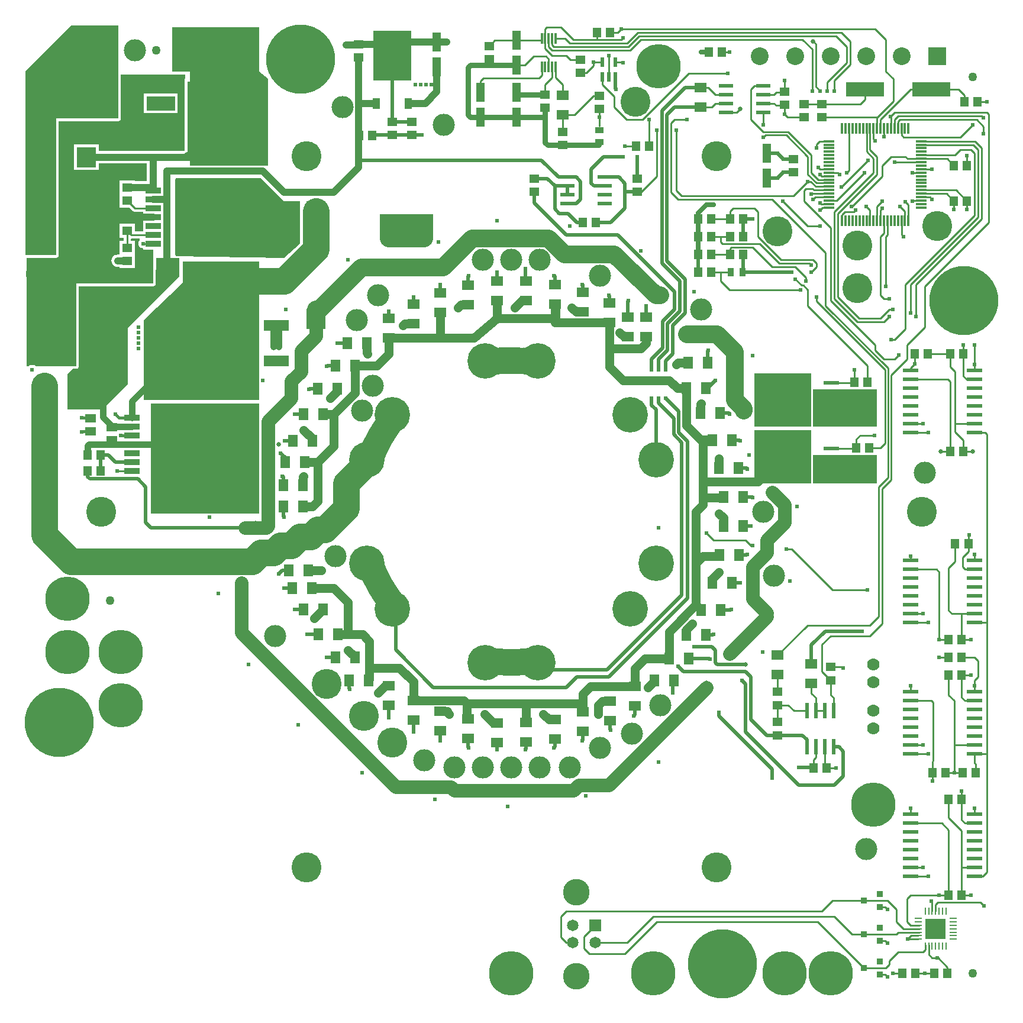
<source format=gtl>
%FSLAX23Y23*%
%MOIN*%
G70*
G01*
G75*
G04 Layer_Physical_Order=1*
G04 Layer_Color=255*
%ADD10C,0.150*%
%ADD11R,0.050X0.055*%
%ADD12R,0.410X0.425*%
%ADD13R,0.085X0.036*%
%ADD14R,0.100X0.100*%
%ADD15R,0.041X0.010*%
%ADD16R,0.010X0.041*%
%ADD17R,0.118X0.118*%
%ADD18R,0.022X0.057*%
%ADD19R,0.022X0.057*%
%ADD20R,0.087X0.024*%
%ADD21R,0.087X0.024*%
%ADD22R,0.063X0.012*%
%ADD23R,0.012X0.063*%
%ADD24R,0.217X0.079*%
%ADD25R,0.037X0.035*%
%ADD26R,0.037X0.035*%
%ADD27R,0.012X0.063*%
%ADD28R,0.050X0.110*%
%ADD29R,0.102X0.094*%
%ADD30R,0.217X0.280*%
%ADD31R,0.039X0.063*%
%ADD32R,0.089X0.024*%
%ADD33R,0.035X0.049*%
%ADD34R,0.065X0.055*%
%ADD35R,0.024X0.087*%
%ADD36R,0.024X0.087*%
%ADD37R,0.100X0.100*%
%ADD38R,0.059X0.051*%
%ADD39R,0.110X0.115*%
%ADD40R,0.079X0.126*%
%ADD41R,0.079X0.126*%
%ADD42R,0.140X0.060*%
%ADD43R,0.330X0.420*%
%ADD44R,0.081X0.024*%
%ADD45R,0.049X0.035*%
%ADD46R,0.055X0.050*%
%ADD47R,0.055X0.065*%
%ADD48C,0.050*%
%ADD49R,0.160X0.080*%
%ADD50R,0.450X0.450*%
%ADD51C,0.035*%
%ADD52C,0.020*%
%ADD53C,0.010*%
%ADD54C,0.100*%
%ADD55C,0.075*%
%ADD56C,0.050*%
%ADD57C,0.025*%
%ADD58C,0.040*%
%ADD59C,0.030*%
%ADD60C,0.015*%
%ADD61C,0.070*%
%ADD62C,0.100*%
%ADD63C,0.065*%
%ADD64R,0.065X0.065*%
%ADD65C,0.150*%
%ADD66C,0.169*%
%ADD67C,0.390*%
%ADD68C,0.200*%
%ADD69C,0.150*%
%ADD70C,0.250*%
%ADD71C,0.125*%
%ADD72C,0.024*%
%ADD73C,0.025*%
%ADD74C,0.040*%
G36*
X1690Y520D02*
Y480D01*
X1370D01*
Y780D01*
X1690D01*
Y520D01*
D02*
G37*
G36*
X2060Y480D02*
X1700D01*
Y690D01*
X2060D01*
Y480D01*
D02*
G37*
G36*
X-1870Y1325D02*
X-2160Y1035D01*
Y720D01*
X-2305Y575D01*
X-2500D01*
Y775D01*
X-2470Y805D01*
X-2452D01*
X-2446Y806D01*
X-2441Y809D01*
X-2438Y814D01*
X-2437Y820D01*
Y1270D01*
X-2018D01*
X-2012Y1272D01*
X-2007Y1275D01*
X-2004Y1280D01*
X-2003Y1286D01*
Y1362D01*
X-2002Y1367D01*
Y1430D01*
X-1870D01*
Y1325D01*
D02*
G37*
G36*
X-1420Y-10D02*
X-2030D01*
Y610D01*
X-1420D01*
Y-10D01*
D02*
G37*
G36*
X1690Y160D02*
X1370D01*
Y460D01*
X1690D01*
Y160D01*
D02*
G37*
G36*
X2060D02*
X1700D01*
Y320D01*
X2060D01*
Y160D01*
D02*
G37*
G36*
X-1420Y2480D02*
X-1370Y2440D01*
Y1950D01*
X-1810D01*
Y2480D01*
X-1910D01*
Y2610D01*
Y2730D01*
X-1420D01*
Y2480D01*
D02*
G37*
G36*
X-1837Y2440D02*
X-1840D01*
Y2036D01*
X-1841Y2036D01*
X-1844Y2033D01*
X-2325D01*
Y2070D01*
X-2465D01*
Y1925D01*
X-2325D01*
Y1962D01*
X-2053D01*
Y1862D01*
X-2122D01*
Y1867D01*
X-2207D01*
Y1787D01*
Y1713D01*
X-2154D01*
X-2136Y1696D01*
X-2130Y1691D01*
X-2122Y1690D01*
X-2076D01*
Y1677D01*
X-2017D01*
Y1643D01*
X-2076D01*
Y1580D01*
X-2122D01*
Y1623D01*
X-2207D01*
Y1543D01*
X-2185D01*
Y1527D01*
X-2207D01*
Y1453D01*
Y1448D01*
X-2218D01*
X-2227Y1447D01*
X-2236Y1444D01*
X-2243Y1438D01*
X-2249Y1431D01*
X-2252Y1422D01*
X-2253Y1413D01*
X-2252Y1404D01*
X-2249Y1395D01*
X-2243Y1388D01*
X-2236Y1382D01*
X-2227Y1379D01*
X-2218Y1378D01*
X-2207D01*
Y1373D01*
X-2122D01*
Y1447D01*
Y1527D01*
X-2145D01*
Y1537D01*
X-2142Y1540D01*
X-2096D01*
X-2093Y1530D01*
X-2094Y1529D01*
X-2099Y1524D01*
X-2101Y1517D01*
X-2102Y1510D01*
X-2101Y1503D01*
X-2099Y1496D01*
X-2094Y1491D01*
X-2089Y1486D01*
X-2082Y1484D01*
X-2076Y1483D01*
Y1477D01*
X-2017D01*
Y1367D01*
X-2018D01*
Y1286D01*
X-2452D01*
Y820D01*
X-2682D01*
X-2686Y824D01*
X-2693Y826D01*
X-2700Y827D01*
X-2707Y826D01*
X-2714Y824D01*
X-2718Y820D01*
X-2731D01*
Y1430D01*
X-2565D01*
X-2559Y1431D01*
X-2554Y1434D01*
X-2551Y1439D01*
X-2550Y1445D01*
Y2200D01*
X-2215D01*
X-2209Y2201D01*
X-2204Y2204D01*
X-2204Y2204D01*
X-2202D01*
Y2207D01*
X-2201Y2209D01*
X-2200Y2215D01*
Y2461D01*
X-1837D01*
Y2440D01*
D02*
G37*
G36*
X-2215Y2215D02*
X-2565D01*
Y1445D01*
X-2738D01*
Y2480D01*
X-2480Y2738D01*
X-2215D01*
Y2215D01*
D02*
G37*
G36*
X-1420Y630D02*
X-2070D01*
Y1080D01*
X-1850Y1290D01*
Y1410D01*
X-1420D01*
Y630D01*
D02*
G37*
G36*
X-1280Y1750D02*
X-1190D01*
Y1510D01*
X-1280Y1430D01*
X-1890Y1440D01*
Y1880D01*
X-1410D01*
X-1280Y1750D01*
D02*
G37*
%LPC*%
G36*
X-1880Y2355D02*
X-2070D01*
Y2245D01*
X-1880D01*
Y2355D01*
D02*
G37*
%LPD*%
D10*
X-651Y546D02*
G03*
X-799Y291I651J-547D01*
G01*
X-651Y546D02*
G03*
X-799Y291I651J-547D01*
G01*
X-798Y-291D02*
G03*
X-651Y-546I798J291D01*
G01*
X-148Y-837D02*
G03*
X148Y-837I148J837D01*
G01*
X148Y839D02*
G03*
X-148Y839I-148J-839D01*
G01*
X-2630Y-130D02*
X-2480Y-280D01*
X-1090Y-100D02*
X-1050D01*
X-1130Y-140D02*
X-1090Y-100D01*
X-2630Y-130D02*
Y710D01*
X-2480Y-280D02*
X-1460D01*
X-1410Y-230D01*
X-1340D01*
X-1300Y-190D01*
X-1240D01*
X-1190Y-140D02*
X-1130D01*
X-1240Y-190D02*
X-1190Y-140D01*
X-930Y20D02*
Y159D01*
X-1050Y-100D02*
X-930Y20D01*
Y159D02*
X-799Y291D01*
X-1560Y1300D02*
X-1280D01*
X-1100Y1480D01*
Y1692D01*
D11*
X777Y2060D02*
D03*
X703D02*
D03*
X2537Y-820D02*
D03*
X2463D02*
D03*
X1933Y730D02*
D03*
X1943Y360D02*
D03*
X1113Y2590D02*
D03*
X1187D02*
D03*
X2567Y1750D02*
D03*
X2493D02*
D03*
X2447Y-1470D02*
D03*
X2373D02*
D03*
X2537Y-2160D02*
D03*
X2463D02*
D03*
X2537Y-720D02*
D03*
X2463D02*
D03*
X-1978Y1325D02*
D03*
X-2052D02*
D03*
X2547Y340D02*
D03*
X2473D02*
D03*
X2277Y-2600D02*
D03*
X2203D02*
D03*
X2017Y360D02*
D03*
X-857Y2120D02*
D03*
X-783D02*
D03*
X2463Y-920D02*
D03*
X2537D02*
D03*
X2500Y-180D02*
D03*
X2574D02*
D03*
X2473Y890D02*
D03*
X2547D02*
D03*
X2617Y-1470D02*
D03*
X2543D02*
D03*
X2273Y890D02*
D03*
X2347D02*
D03*
X2383Y-2600D02*
D03*
X2457D02*
D03*
X2007Y730D02*
D03*
X1127Y1650D02*
D03*
X1777Y-1443D02*
D03*
X1233Y1550D02*
D03*
X1307D02*
D03*
X1053Y1650D02*
D03*
X1127Y1550D02*
D03*
X1053D02*
D03*
Y1450D02*
D03*
Y1350D02*
D03*
X1703Y-1443D02*
D03*
X1233Y1450D02*
D03*
X1307D02*
D03*
X1127D02*
D03*
Y1350D02*
D03*
X-2313Y230D02*
D03*
X-2387D02*
D03*
X2463Y-1620D02*
D03*
X2537D02*
D03*
X2553Y2310D02*
D03*
X2627D02*
D03*
X2493Y1950D02*
D03*
X2567D02*
D03*
X1307Y1650D02*
D03*
X1233D02*
D03*
X-2313Y320D02*
D03*
X-2387D02*
D03*
X557Y2700D02*
D03*
X483D02*
D03*
X403Y1630D02*
D03*
X477D02*
D03*
D12*
X-1810Y380D02*
D03*
X-1690Y1660D02*
D03*
D13*
X-2138Y480D02*
D03*
Y530D02*
D03*
Y430D02*
D03*
Y380D02*
D03*
Y330D02*
D03*
Y280D02*
D03*
Y230D02*
D03*
X-2018Y1810D02*
D03*
Y1760D02*
D03*
Y1710D02*
D03*
Y1660D02*
D03*
Y1610D02*
D03*
Y1560D02*
D03*
Y1510D02*
D03*
D14*
X-2630Y1745D02*
D03*
X-2380D02*
D03*
Y1530D02*
D03*
X-2630D02*
D03*
X2400Y2565D02*
D03*
D15*
X2292Y-2291D02*
D03*
Y-2311D02*
D03*
Y-2330D02*
D03*
Y-2350D02*
D03*
Y-2370D02*
D03*
Y-2389D02*
D03*
Y-2409D02*
D03*
X2488D02*
D03*
Y-2389D02*
D03*
Y-2370D02*
D03*
Y-2350D02*
D03*
Y-2330D02*
D03*
Y-2311D02*
D03*
Y-2291D02*
D03*
D16*
X2331Y-2448D02*
D03*
X2351D02*
D03*
X2370D02*
D03*
X2390D02*
D03*
X2410D02*
D03*
X2429D02*
D03*
X2449D02*
D03*
Y-2252D02*
D03*
X2429D02*
D03*
X2410D02*
D03*
X2390D02*
D03*
X2370D02*
D03*
X2351D02*
D03*
X2331D02*
D03*
D17*
X2390Y-2350D02*
D03*
D18*
X513Y2448D02*
D03*
D19*
X550Y2448D02*
D03*
X587D02*
D03*
Y2532D02*
D03*
X513D02*
D03*
D20*
X1802Y725D02*
D03*
X1598Y575D02*
D03*
Y625D02*
D03*
Y675D02*
D03*
Y725D02*
D03*
X1802Y625D02*
D03*
Y675D02*
D03*
Y255D02*
D03*
Y305D02*
D03*
X1598Y355D02*
D03*
Y305D02*
D03*
Y255D02*
D03*
Y205D02*
D03*
X1802Y355D02*
D03*
D21*
Y575D02*
D03*
Y205D02*
D03*
D22*
X1790Y1831D02*
D03*
Y1930D02*
D03*
X2310Y1989D02*
D03*
Y1752D02*
D03*
Y1772D02*
D03*
Y1792D02*
D03*
Y1811D02*
D03*
Y1910D02*
D03*
Y1930D02*
D03*
Y1969D02*
D03*
Y2008D02*
D03*
Y2067D02*
D03*
Y2087D02*
D03*
X1790Y1713D02*
D03*
Y1733D02*
D03*
Y1752D02*
D03*
Y1772D02*
D03*
Y1792D02*
D03*
Y1811D02*
D03*
Y1851D02*
D03*
Y1870D02*
D03*
Y1890D02*
D03*
Y1910D02*
D03*
Y2087D02*
D03*
Y2067D02*
D03*
Y2048D02*
D03*
Y1969D02*
D03*
Y1949D02*
D03*
Y2028D02*
D03*
X2310D02*
D03*
Y2048D02*
D03*
X1790Y1989D02*
D03*
Y2008D02*
D03*
X2310Y1713D02*
D03*
Y1733D02*
D03*
Y1831D02*
D03*
Y1851D02*
D03*
Y1870D02*
D03*
Y1890D02*
D03*
Y1949D02*
D03*
D23*
X2217Y1640D02*
D03*
X2237D02*
D03*
X2020D02*
D03*
X2198D02*
D03*
X1863D02*
D03*
X1922D02*
D03*
X1942D02*
D03*
X2060D02*
D03*
X2080D02*
D03*
X2099D02*
D03*
X2119D02*
D03*
X1902Y2160D02*
D03*
X2001D02*
D03*
X2020D02*
D03*
X2040D02*
D03*
X2060D02*
D03*
X2080D02*
D03*
X2099D02*
D03*
X2139D02*
D03*
X2158D02*
D03*
X2178D02*
D03*
X2198D02*
D03*
X1981D02*
D03*
X1961D02*
D03*
X1922D02*
D03*
X1902Y1640D02*
D03*
X1942Y2160D02*
D03*
X1883Y1640D02*
D03*
X1863Y2160D02*
D03*
X1883D02*
D03*
X2178Y1640D02*
D03*
X2158D02*
D03*
X2139D02*
D03*
X2217Y2160D02*
D03*
X2237D02*
D03*
X2119D02*
D03*
X1961Y1640D02*
D03*
X1981D02*
D03*
X2001D02*
D03*
X2040D02*
D03*
X249Y2667D02*
D03*
X230Y2667D02*
D03*
X210Y2667D02*
D03*
X171D02*
D03*
X230Y2505D02*
D03*
X210D02*
D03*
X190D02*
D03*
X171D02*
D03*
X190Y2667D02*
D03*
D24*
X2367Y2380D02*
D03*
X1993D02*
D03*
D25*
X2076Y-2533D02*
D03*
Y-2343D02*
D03*
Y-2153D02*
D03*
D26*
Y-2607D02*
D03*
X1984Y-2570D02*
D03*
X2076Y-2417D02*
D03*
X1984Y-2380D02*
D03*
Y-2190D02*
D03*
X2076Y-2227D02*
D03*
D27*
X249Y2505D02*
D03*
D28*
X-420Y2645D02*
D03*
Y2505D02*
D03*
X30Y2221D02*
D03*
Y2361D02*
D03*
X-175Y2221D02*
D03*
Y2361D02*
D03*
X29Y2516D02*
D03*
Y2656D02*
D03*
X1440Y2020D02*
D03*
Y1880D02*
D03*
D29*
X-2354Y1160D02*
D03*
X-2606D02*
D03*
Y950D02*
D03*
X-2354D02*
D03*
D30*
X-670Y2570D02*
D03*
D31*
X-760Y2300D02*
D03*
X-580D02*
D03*
D32*
X2610Y-625D02*
D03*
Y-575D02*
D03*
Y-525D02*
D03*
Y-475D02*
D03*
Y-425D02*
D03*
Y-375D02*
D03*
Y-325D02*
D03*
Y-275D02*
D03*
X2250Y-625D02*
D03*
Y-575D02*
D03*
Y-525D02*
D03*
Y-475D02*
D03*
Y-425D02*
D03*
Y-375D02*
D03*
Y-325D02*
D03*
Y-275D02*
D03*
Y-1015D02*
D03*
Y-1065D02*
D03*
Y-1115D02*
D03*
Y-1165D02*
D03*
Y-1215D02*
D03*
Y-1265D02*
D03*
Y-1315D02*
D03*
Y-1365D02*
D03*
X2610Y-1015D02*
D03*
Y-1065D02*
D03*
Y-1115D02*
D03*
Y-1165D02*
D03*
Y-1215D02*
D03*
Y-1265D02*
D03*
Y-1315D02*
D03*
Y-1365D02*
D03*
X2250Y-1705D02*
D03*
Y-1755D02*
D03*
Y-1805D02*
D03*
Y-1855D02*
D03*
Y-1905D02*
D03*
Y-1955D02*
D03*
Y-2005D02*
D03*
Y-2055D02*
D03*
X2610Y-1705D02*
D03*
Y-1755D02*
D03*
Y-1805D02*
D03*
Y-1855D02*
D03*
Y-1905D02*
D03*
Y-1955D02*
D03*
Y-2005D02*
D03*
Y-2055D02*
D03*
Y445D02*
D03*
Y495D02*
D03*
Y545D02*
D03*
Y595D02*
D03*
Y645D02*
D03*
Y695D02*
D03*
Y745D02*
D03*
Y795D02*
D03*
X2250Y445D02*
D03*
Y495D02*
D03*
Y545D02*
D03*
Y595D02*
D03*
Y645D02*
D03*
Y695D02*
D03*
Y745D02*
D03*
Y795D02*
D03*
D33*
X1303Y1350D02*
D03*
X1237D02*
D03*
D34*
X1690Y-968D02*
D03*
Y-858D02*
D03*
X554Y-1068D02*
D03*
X-82Y-1190D02*
D03*
X-692Y-980D02*
D03*
X-550Y1060D02*
D03*
X82Y1190D02*
D03*
X655Y985D02*
D03*
X244Y-1171D02*
D03*
X-401Y-1126D02*
D03*
X-243Y1167D02*
D03*
X401Y1126D02*
D03*
X554Y-1178D02*
D03*
X-82Y-1300D02*
D03*
X244Y-1281D02*
D03*
X-692Y-1090D02*
D03*
X-401Y-1236D02*
D03*
X-550Y1170D02*
D03*
X82Y1300D02*
D03*
X-243Y1277D02*
D03*
X655Y1095D02*
D03*
X401Y1236D02*
D03*
X760Y1095D02*
D03*
X553Y1176D02*
D03*
X244Y1279D02*
D03*
X-80Y1300D02*
D03*
X-400Y1232D02*
D03*
X-690Y1088D02*
D03*
X-551Y-1173D02*
D03*
X-243Y-1278D02*
D03*
X82Y-1299D02*
D03*
X402Y-1238D02*
D03*
X695Y-1095D02*
D03*
X760Y985D02*
D03*
X553Y1066D02*
D03*
X244Y1169D02*
D03*
X-80Y1190D02*
D03*
X-400Y1122D02*
D03*
X-690Y978D02*
D03*
X-551Y-1063D02*
D03*
X-243Y-1168D02*
D03*
X82Y-1189D02*
D03*
X402Y-1128D02*
D03*
X695Y-985D02*
D03*
X1500Y-918D02*
D03*
Y-808D02*
D03*
X1065Y2390D02*
D03*
Y2280D02*
D03*
X290Y2236D02*
D03*
Y2346D02*
D03*
D35*
X1715Y-1325D02*
D03*
X1815D02*
D03*
X1765D02*
D03*
X1665D02*
D03*
Y-1121D02*
D03*
X1715D02*
D03*
X1765D02*
D03*
D36*
X1815D02*
D03*
D37*
X-490Y1375D02*
D03*
Y1625D02*
D03*
X-690D02*
D03*
Y1375D02*
D03*
D38*
X-2250Y477D02*
D03*
Y403D02*
D03*
X-2370Y527D02*
D03*
Y453D02*
D03*
D39*
X-1100Y1692D02*
D03*
Y1087D02*
D03*
X-2395Y1997D02*
D03*
Y2602D02*
D03*
D40*
X-2630Y710D02*
D03*
D41*
X-2370D02*
D03*
D42*
X-1325Y850D02*
D03*
Y1050D02*
D03*
D43*
X-1770Y950D02*
D03*
D44*
X315Y1735D02*
D03*
Y1785D02*
D03*
Y1835D02*
D03*
Y1885D02*
D03*
X525Y1735D02*
D03*
Y1785D02*
D03*
Y1835D02*
D03*
Y1885D02*
D03*
X1210Y2300D02*
D03*
Y2350D02*
D03*
X1420Y2300D02*
D03*
X1210Y2250D02*
D03*
X1420Y2400D02*
D03*
Y2350D02*
D03*
Y2250D02*
D03*
X1210Y2400D02*
D03*
D45*
X494Y2083D02*
D03*
Y2149D02*
D03*
D46*
X130Y1803D02*
D03*
X710D02*
D03*
X130Y1877D02*
D03*
X1650Y2223D02*
D03*
Y2297D02*
D03*
X710Y1877D02*
D03*
X-2165Y1413D02*
D03*
X-560Y2123D02*
D03*
Y2197D02*
D03*
X190Y2348D02*
D03*
Y2274D02*
D03*
X-860Y2558D02*
D03*
Y2632D02*
D03*
X-2165Y1753D02*
D03*
Y1827D02*
D03*
X-126Y2623D02*
D03*
Y2549D02*
D03*
X-670Y2123D02*
D03*
Y2197D02*
D03*
X494Y2269D02*
D03*
Y2343D02*
D03*
X290Y2138D02*
D03*
Y2064D02*
D03*
X-2165Y1487D02*
D03*
Y1583D02*
D03*
Y1657D02*
D03*
X1590Y1913D02*
D03*
Y1987D02*
D03*
X1540Y2367D02*
D03*
X1500Y-1016D02*
D03*
Y-1090D02*
D03*
X1800Y-950D02*
D03*
Y-876D02*
D03*
X1500Y-1186D02*
D03*
Y-1260D02*
D03*
X1540Y2293D02*
D03*
X1750Y2297D02*
D03*
Y2223D02*
D03*
X390Y2547D02*
D03*
Y2473D02*
D03*
D47*
X986Y-696D02*
D03*
X-1060Y-550D02*
D03*
X-1175Y150D02*
D03*
X-980Y691D02*
D03*
X1067Y554D02*
D03*
X1195Y-80D02*
D03*
X1131Y-402D02*
D03*
X805Y-950D02*
D03*
X-881Y-821D02*
D03*
X-1145Y-330D02*
D03*
X-1121Y399D02*
D03*
X-815Y950D02*
D03*
X995Y840D02*
D03*
X1170Y245D02*
D03*
X1096Y-696D02*
D03*
X1241Y-402D02*
D03*
X915Y-950D02*
D03*
X-1170Y-550D02*
D03*
X-991Y-821D02*
D03*
X-1285Y150D02*
D03*
X-1255Y-330D02*
D03*
X-1090Y691D02*
D03*
X-1231Y399D02*
D03*
X-925Y950D02*
D03*
X1177Y554D02*
D03*
X1105Y840D02*
D03*
X1305Y-80D02*
D03*
X1280Y245D02*
D03*
X1242Y403D02*
D03*
X1096Y695D02*
D03*
X-991Y821D02*
D03*
X-1171Y550D02*
D03*
X-1275Y280D02*
D03*
X-1285Y30D02*
D03*
X-1089Y-691D02*
D03*
X-915Y-950D02*
D03*
X998Y-827D02*
D03*
X1179Y-554D02*
D03*
X1281Y-244D02*
D03*
X1132Y403D02*
D03*
X986Y695D02*
D03*
X-881Y821D02*
D03*
X-1061Y550D02*
D03*
X-1165Y280D02*
D03*
X-1175Y30D02*
D03*
X-1124Y-430D02*
D03*
X-979Y-691D02*
D03*
X-805Y-950D02*
D03*
X888Y-827D02*
D03*
X1069Y-554D02*
D03*
X1171Y-244D02*
D03*
X-1234Y-430D02*
D03*
X1195Y82D02*
D03*
X1305D02*
D03*
D48*
X2600Y-2600D02*
D03*
X-2000Y2600D02*
D03*
X2600Y2450D02*
D03*
X-2260Y-500D02*
D03*
D49*
X-1975Y2100D02*
D03*
Y2300D02*
D03*
D50*
X-1600Y2200D02*
D03*
D51*
X-2138Y530D02*
Y622D01*
X-1310Y930D02*
Y1050D01*
X-1340Y930D02*
Y1050D01*
X-2380Y380D02*
X-1940D01*
X-2300Y533D02*
X-2247Y480D01*
X-2300Y533D02*
Y600D01*
X-2247Y480D02*
X-2138D01*
X-2387Y320D02*
Y373D01*
X-2380Y380D01*
X-1777Y1073D02*
X-1660Y1190D01*
X-1780Y900D02*
X-1777D01*
X-1790Y910D02*
X-1780Y900D01*
X-1990Y910D02*
X-1790D01*
X-2020Y880D02*
X-1990Y910D01*
X-2020Y740D02*
Y880D01*
X-2138Y622D02*
X-2020Y740D01*
D52*
X920Y1140D02*
Y1238D01*
X710Y1877D02*
Y2000D01*
X520D02*
X630D01*
X450Y1930D02*
X520Y2000D01*
X450Y1850D02*
Y1930D01*
Y1850D02*
X465Y1835D01*
X525D01*
X640Y1803D02*
X710D01*
X605Y1885D02*
X640Y1850D01*
X525Y1885D02*
X605D01*
X315Y1735D02*
X365D01*
X390Y1760D01*
Y1860D01*
X365Y1885D02*
X390Y1860D01*
X315Y1885D02*
X365D01*
X315Y1785D02*
Y1835D01*
X-860Y1980D02*
X170D01*
X265Y1885D01*
X315D01*
X130Y1877D02*
X203D01*
X245Y1835D01*
X315D01*
X130Y1740D02*
Y1803D01*
X850Y1400D02*
X950Y1300D01*
Y1130D02*
Y1300D01*
X980Y1120D02*
Y1310D01*
X853Y1072D02*
X920Y1140D01*
X853Y923D02*
Y1072D01*
X790Y860D02*
X853Y923D01*
X790Y800D02*
Y860D01*
X830D02*
X880Y910D01*
Y1060D01*
X870Y850D02*
X910Y890D01*
Y1050D01*
X790Y600D02*
Y640D01*
Y600D02*
X815Y575D01*
Y291D02*
Y575D01*
X830Y611D02*
X916Y525D01*
X830Y611D02*
Y640D01*
X870Y800D02*
Y850D01*
Y640D02*
X943Y567D01*
X916Y434D02*
Y525D01*
Y434D02*
X960Y390D01*
X540Y-890D02*
X960Y-470D01*
X943Y447D02*
Y567D01*
Y447D02*
X993Y397D01*
X550Y-930D02*
X993Y-487D01*
X1768Y-673D02*
X1977D01*
X1690Y-750D02*
X1768Y-673D01*
X1690Y-858D02*
Y-750D01*
X1170Y-1150D02*
Y-1130D01*
Y-1150D02*
X1470Y-1450D01*
Y-1500D02*
Y-1450D01*
X1620Y-1440D02*
X1700D01*
X1130Y-760D02*
X1150Y-780D01*
Y-850D02*
Y-780D01*
X1320Y-1240D02*
Y-970D01*
X1300Y-950D02*
X1320Y-970D01*
X1160Y-860D02*
X1320D01*
X-1300Y330D02*
X-1275Y305D01*
Y280D02*
Y305D01*
X1105Y905D02*
X1110Y910D01*
X1105Y840D02*
Y905D01*
X1815Y-1325D02*
X1845D01*
X1870Y-1350D01*
Y-1490D02*
Y-1350D01*
X1820Y-1540D02*
X1870Y-1490D01*
X1620Y-1540D02*
X1820D01*
X1320Y-1240D02*
X1620Y-1540D01*
X1150Y-850D02*
X1160Y-860D01*
X1030Y-760D02*
X1130D01*
X1665Y-1325D02*
Y-1285D01*
X1640Y-1260D02*
X1665Y-1285D01*
X1440Y-1260D02*
X1640D01*
X1350Y-1170D02*
X1440Y-1260D01*
X1350Y-1170D02*
Y-930D01*
X1320Y-900D02*
X1350Y-930D01*
X1134Y-696D02*
X1140Y-690D01*
X1096Y-696D02*
X1134D01*
X910Y-1020D02*
Y-955D01*
X998Y-827D02*
X1117D01*
X970Y-900D02*
X1320D01*
X940Y-870D02*
X970Y-900D01*
X960Y-470D02*
Y390D01*
X201Y-890D02*
X540D01*
X148Y-837D02*
X201Y-890D01*
X-652Y-778D02*
Y-547D01*
Y-778D02*
X-440Y-990D01*
X310D01*
X370Y-930D01*
X550D01*
X993Y-487D02*
Y397D01*
X830Y800D02*
Y860D01*
X880Y1060D02*
X950Y1130D01*
X850Y2260D02*
X980Y2390D01*
X1065D01*
X760Y1095D02*
Y1160D01*
X655Y1095D02*
Y1185D01*
X660Y1190D01*
X910Y1050D02*
X980Y1120D01*
X920Y2280D02*
X1065D01*
X1307Y1350D02*
X1580D01*
X1307Y1650D02*
X1360D01*
X240Y1330D02*
X244Y1326D01*
Y1279D02*
Y1326D01*
X400Y1280D02*
X401Y1279D01*
Y1236D02*
Y1279D01*
X550Y1220D02*
X553Y1217D01*
Y1176D02*
Y1217D01*
X1105Y695D02*
X1150Y740D01*
X1096Y695D02*
X1105D01*
X1226Y554D02*
X1230Y550D01*
X1177Y554D02*
X1226D01*
X1325Y245D02*
X1330Y240D01*
X1280Y245D02*
X1325D01*
X1287Y403D02*
X1290Y400D01*
X1242Y403D02*
X1287D01*
X1358Y82D02*
X1360Y80D01*
X1305Y82D02*
X1358D01*
X1326Y-244D02*
X1330Y-240D01*
X1281Y-244D02*
X1326D01*
X1305Y-80D02*
X1350D01*
X1288Y-402D02*
X1290Y-400D01*
X1241Y-402D02*
X1288D01*
X1236Y-554D02*
X1240Y-550D01*
X1179Y-554D02*
X1236D01*
X690Y-1150D02*
X695Y-1145D01*
Y-1095D01*
X554Y-1224D02*
X560Y-1230D01*
X554Y-1224D02*
Y-1178D01*
X400Y-1290D02*
X402Y-1288D01*
Y-1238D01*
X240Y-1330D02*
X244Y-1326D01*
Y-1281D01*
X80Y-1340D02*
X82Y-1338D01*
Y-1299D01*
X-82Y-1338D02*
X-80Y-1340D01*
X-82Y-1338D02*
Y-1300D01*
X-243Y-1327D02*
X-240Y-1330D01*
X-243Y-1327D02*
Y-1278D01*
X-401Y-1289D02*
X-400Y-1290D01*
X-401Y-1289D02*
Y-1236D01*
X-551Y-1239D02*
X-550Y-1240D01*
X-551Y-1239D02*
Y-1173D01*
X-692Y-1158D02*
X-690Y-1160D01*
X-692Y-1158D02*
Y-1090D01*
X-915Y-995D02*
X-910Y-1000D01*
X-915Y-995D02*
Y-950D01*
X-1040Y-820D02*
X-1039Y-821D01*
X-991D01*
X-1150Y-690D02*
X-1149Y-691D01*
X-1089D01*
X-1220Y-550D02*
X-1220Y-550D01*
X-1170D01*
X-1280Y-430D02*
X-1280Y-430D01*
X-1234D01*
X-1310Y-350D02*
X-1290Y-330D01*
X-1255D01*
X-1285Y-25D02*
X-1280Y-30D01*
X-1285Y-25D02*
Y30D01*
X-1290Y200D02*
X-1285Y195D01*
Y150D02*
Y195D01*
X-1279Y399D02*
X-1231D01*
X-1220Y550D02*
X-1220Y550D01*
X-1171D01*
X-1140Y690D02*
X-1139Y691D01*
X-1090D01*
X-1040Y820D02*
X-1039Y821D01*
X-991D01*
X-980Y950D02*
X-925D01*
X-690Y1130D02*
X-690Y1130D01*
X-690Y1088D02*
Y1130D01*
X-550Y1210D02*
X-550Y1210D01*
Y1170D02*
Y1210D01*
X-400Y1280D02*
X-400Y1280D01*
Y1232D02*
Y1280D01*
X-243Y1327D02*
X-240Y1330D01*
X-243Y1277D02*
Y1327D01*
X-80Y1300D02*
Y1350D01*
X80Y1302D02*
Y1370D01*
X-785Y2123D02*
X-503D01*
X1053Y1350D02*
Y1450D01*
X1307Y1350D02*
Y1450D01*
Y1550D02*
Y1650D01*
X-2313Y230D02*
Y320D01*
X-2270D01*
X-2230Y280D01*
X-2138D01*
X-670Y2197D02*
Y2471D01*
Y2197D02*
X-560D01*
X-857Y2120D02*
Y2201D01*
X1440Y2020D02*
X1500D01*
X1533Y1987D01*
X1590D01*
X1440Y1880D02*
X1500D01*
X1533Y1913D01*
X1590D01*
X-2375Y185D02*
X-2105D01*
X-2387Y197D02*
Y230D01*
X-2060Y-60D02*
Y140D01*
Y-60D02*
X-2030Y-90D01*
X-1500D01*
X-2105Y185D02*
X-2060Y140D01*
X-2387Y197D02*
X-2375Y185D01*
X850Y1400D02*
Y2260D01*
X877Y2237D02*
X920Y2280D01*
X877Y1413D02*
Y2237D01*
Y1413D02*
X980Y1310D01*
X587Y2383D02*
Y2448D01*
Y2383D02*
X590Y2380D01*
X130Y1740D02*
X310Y1560D01*
X598D01*
X920Y1238D01*
X477Y1630D02*
X560D01*
X640Y1710D01*
Y1850D01*
X370Y1630D02*
X403D01*
X320Y1680D02*
X370Y1630D01*
X270Y1680D02*
X320D01*
X245Y1705D02*
X270Y1680D01*
X245Y1705D02*
Y1835D01*
X2390Y-2352D02*
Y-2350D01*
D53*
X960Y1780D02*
X1590D01*
X930Y1810D02*
X960Y1780D01*
X930Y1810D02*
Y2150D01*
X820Y1890D02*
Y2150D01*
X733Y1803D02*
X820Y1890D01*
X710Y1803D02*
X733D01*
X920Y2210D02*
X990D01*
X1590Y1780D02*
X1670Y1860D01*
X1714Y1831D02*
X1790D01*
X1686Y1860D02*
X1714Y1831D01*
X1670Y1860D02*
X1686D01*
X1730Y1940D02*
X1740Y1930D01*
X1790D01*
X279Y-2399D02*
X309Y-2429D01*
X473D02*
X651D01*
X1724Y-2310D02*
X1984Y-2570D01*
X820Y-2310D02*
X1724D01*
X640Y-2490D02*
X820Y-2310D01*
X440Y-2490D02*
X640D01*
X410Y-2460D02*
X440Y-2490D01*
X410Y-2460D02*
Y-2394D01*
X473Y-2331D01*
X1750Y-2250D02*
X1810Y-2190D01*
X310Y-2250D02*
X1750D01*
X279Y-2281D02*
X310Y-2250D01*
X279Y-2399D02*
Y-2281D01*
X309Y-2429D02*
X347D01*
X2410Y-820D02*
X2463D01*
X2537Y-920D02*
X2590D01*
X2537Y-820D02*
X2610D01*
X2630Y-840D01*
Y-930D02*
Y-840D01*
X2610Y-950D02*
X2630Y-930D01*
X2537Y-920D02*
X2547Y-910D01*
X2537Y-720D02*
X2590D01*
X2537D02*
X2547Y-728D01*
X2453Y-720D02*
X2463Y-730D01*
X1350Y-190D02*
X1360D01*
X1320Y-160D02*
X1350Y-190D01*
X1140Y-160D02*
X1320D01*
X1100Y-120D02*
X1140Y-160D01*
X1866Y-876D02*
X1870Y-880D01*
X1800Y-876D02*
X1866D01*
X1670Y1160D02*
Y1250D01*
Y1160D02*
X1940Y890D01*
X1646Y1274D02*
X1670Y1250D01*
X1636Y1274D02*
X1646D01*
X1600Y1310D02*
X1636Y1274D01*
X1230Y1250D02*
X1630D01*
X1210Y1270D02*
X1230Y1250D01*
X1720Y2050D02*
Y2070D01*
X1737Y2087D01*
X1790D01*
X2060Y1720D02*
X2090Y1750D01*
X1940Y890D02*
X2007Y823D01*
Y730D02*
Y823D01*
X1720Y1185D02*
Y1210D01*
X1890Y1910D02*
X1902Y1922D01*
Y2160D01*
X1690Y1350D02*
X1720Y1380D01*
Y1400D01*
X2105Y385D02*
Y800D01*
X2080Y360D02*
X2105Y385D01*
X2017Y360D02*
X2080D01*
X1800Y1190D02*
X2050Y940D01*
X1650Y1810D02*
X1660Y1820D01*
X1697D01*
X1706Y1811D01*
X1790D01*
X1650Y1750D02*
Y1810D01*
Y1750D02*
X1800Y1600D01*
Y1190D02*
Y1600D01*
X777Y2060D02*
Y2210D01*
X1930Y1690D02*
X1940Y1700D01*
X1915Y1720D02*
X1920D01*
X2090Y1890D01*
Y1950D01*
X2140Y2000D01*
X2220D01*
X2231Y1989D01*
X640Y2060D02*
X703D01*
X-2220Y230D02*
X-2138D01*
X940Y1760D02*
X1470D01*
X1770Y1460D01*
Y1160D02*
Y1460D01*
Y1160D02*
X2122Y808D01*
Y192D02*
Y808D01*
X1668Y-640D02*
X2020D01*
X1500Y-808D02*
X1668Y-640D01*
X1750Y-748D02*
X1798Y-700D01*
X2020D01*
X2140Y180D02*
Y770D01*
X2420Y340D02*
X2473D01*
X1591Y-1121D02*
X1665D01*
X1560Y-1090D02*
X1591Y-1121D01*
X1500Y-1090D02*
X1560D01*
X1715Y-1385D02*
Y-1325D01*
X1703Y-1397D02*
X1715Y-1385D01*
X1703Y-1443D02*
Y-1397D01*
X1420Y2110D02*
X1433Y2122D01*
X1548D01*
X1670Y2000D01*
Y1900D02*
Y2000D01*
Y1900D02*
X1719Y1851D01*
X1790D01*
X1350Y2210D02*
X1420Y2140D01*
X1560D01*
X1690Y2010D01*
Y1910D02*
Y2010D01*
Y1910D02*
X1730Y1870D01*
X1790D01*
X1233Y1450D02*
Y1483D01*
X1240Y1490D01*
X1360D01*
X1470Y1380D01*
X1600D01*
X1680Y1400D02*
X1690Y1390D01*
X1600Y1380D02*
X1660Y1320D01*
Y1300D02*
Y1320D01*
X1233Y1650D02*
Y1693D01*
X1250Y1710D01*
X1370D01*
X1390Y1690D01*
Y1550D02*
Y1690D01*
Y1550D02*
X1520Y1420D01*
X1700D01*
X1720Y1400D01*
X2358Y1772D02*
X2370Y1760D01*
X2310Y1772D02*
X2358D01*
X1180Y1520D02*
Y1550D01*
Y1520D02*
X1190Y1510D01*
X1398D01*
X1508Y1400D01*
X1680D01*
X2260Y1750D02*
X2262Y1752D01*
X2310D01*
X1700Y1760D02*
X1712Y1772D01*
X1790D01*
X1180Y1300D02*
Y1350D01*
Y1300D02*
X1210Y1270D01*
X1690Y1790D02*
X1692Y1792D01*
X1790D01*
X1700Y2650D02*
X1716Y2634D01*
X1640Y2660D02*
X1695Y2605D01*
X1127Y1350D02*
X1233D01*
X1810Y-2190D02*
X2120D01*
X2287Y-2600D02*
X2383D01*
X2495Y-1470D02*
Y-1065D01*
X2447Y-1470D02*
X2543D01*
X2495Y-1315D02*
X2610D01*
Y795D02*
Y940D01*
X2537Y-1047D02*
Y-920D01*
Y-1737D02*
Y-1573D01*
X2547Y763D02*
Y940D01*
X494Y2171D02*
Y2269D01*
X-93Y2656D02*
X29D01*
X169D01*
X-126Y2516D02*
Y2549D01*
X2250Y-2160D02*
X2463D01*
X2373Y-1517D02*
Y-1407D01*
X2454Y1989D02*
X2493Y1950D01*
X1127Y1450D02*
X1233D01*
X1127Y1550D02*
X1233D01*
X1150Y2350D02*
X1210D01*
X1110Y2390D02*
X1150Y2350D01*
X1065Y2390D02*
X1110D01*
X1150Y2300D02*
X1210D01*
X1130Y2280D02*
X1150Y2300D01*
X1065Y2280D02*
X1130D01*
X1492Y2288D02*
X1540D01*
X1480Y2300D02*
X1492Y2288D01*
X1420Y2300D02*
X1480D01*
X1420Y2180D02*
Y2250D01*
X1350Y2210D02*
Y2380D01*
X1370Y2400D01*
X1420D01*
X1492Y2362D02*
X1540D01*
X1480Y2350D02*
X1492Y2362D01*
X1420Y2350D02*
X1480D01*
X1210Y2250D02*
X1270D01*
X1765Y-1431D02*
Y-1325D01*
X1777Y-1443D02*
X1830D01*
X1815Y-1121D02*
Y-1048D01*
X1750Y-900D02*
Y-748D01*
X1800Y-1033D02*
X1815Y-1048D01*
X1750Y-900D02*
X1800Y-950D01*
Y-1033D02*
Y-950D01*
X1500Y-1186D02*
Y-1090D01*
X1715Y-1121D02*
X1765D01*
X1715D02*
Y-1048D01*
X1690Y-1023D02*
X1715Y-1048D01*
X1690Y-1023D02*
Y-968D01*
X1500Y-1016D02*
Y-918D01*
X1127Y1650D02*
X1233D01*
X2107Y-2607D02*
X2120Y-2620D01*
X2076Y-2607D02*
X2107D01*
Y-2417D02*
X2120Y-2430D01*
X2076Y-2417D02*
X2107D01*
Y-2227D02*
X2120Y-2240D01*
X2076Y-2227D02*
X2107D01*
X1984Y-2570D02*
X2110D01*
X2130Y-2550D01*
Y-2530D01*
X2180Y-2480D01*
X2320D01*
X2331Y-2469D01*
Y-2441D01*
X2120Y-2190D02*
X2170Y-2240D01*
Y-2310D02*
Y-2240D01*
Y-2310D02*
X2210Y-2350D01*
X2299D01*
X1840Y1210D02*
X1960Y1090D01*
X1820Y1200D02*
Y1690D01*
Y1200D02*
X1950Y1070D01*
X2100D01*
X2050Y910D02*
X2100Y860D01*
X2160D02*
X2181Y881D01*
X2100Y860D02*
X2160D01*
X2230Y940D02*
X2330Y1040D01*
X2230Y860D02*
Y940D01*
X2140Y770D02*
X2230Y860D01*
X2140Y970D02*
X2160D01*
X2220Y1030D01*
X2050Y910D02*
Y940D01*
X1960Y1090D02*
X2080D01*
X354Y2236D02*
X461Y2343D01*
X290Y2236D02*
X354D01*
X2100Y1070D02*
X2130Y1100D01*
X2040Y2100D02*
X2050Y2090D01*
X2040Y2100D02*
Y2160D01*
X2220Y1747D02*
X2237Y1730D01*
X2280Y1100D02*
Y1280D01*
X2250Y1120D02*
Y1280D01*
X2220Y1030D02*
Y1280D01*
X2610Y940D02*
X2610Y940D01*
X2160Y2250D02*
X2680D01*
X2690Y2240D01*
Y1630D02*
Y2240D01*
X2330Y1270D02*
X2690Y1630D01*
X2330Y1040D02*
Y1270D01*
X2158Y2160D02*
Y2208D01*
X2180Y2230D01*
X2650D01*
X2622Y2208D02*
X2660Y2170D01*
X2100Y1200D02*
X2130D01*
X2080Y2160D02*
Y2210D01*
X2660Y2130D02*
Y2170D01*
X713Y2700D02*
X1860D01*
X2630Y1660D02*
Y2040D01*
X2603Y2067D02*
X2630Y2040D01*
X2310Y2067D02*
X2603D01*
X2650Y1650D02*
Y2050D01*
X2613Y2087D02*
X2650Y2050D01*
X2310Y2087D02*
X2613D01*
X2530Y2040D02*
X2590D01*
X2610Y1670D02*
Y2020D01*
X2590Y2040D02*
X2610Y2020D01*
X2280Y1280D02*
X2650Y1650D01*
X2250Y1280D02*
X2630Y1660D01*
X2498Y2008D02*
X2530Y2040D01*
X2310Y2008D02*
X2498D01*
X2220Y1280D02*
X2610Y1670D01*
X2567Y1950D02*
Y2007D01*
X2160Y1970D02*
X2310Y1969D01*
Y1930D02*
X2370Y1930D01*
X2260Y1910D02*
X2310D01*
Y1811D02*
X2506D01*
X2310Y1792D02*
X2451D01*
X2493Y1750D01*
X2217Y1640D02*
Y1693D01*
X2198Y1562D02*
X2210Y1550D01*
X2198Y1562D02*
Y1640D01*
X2110Y1270D02*
Y1550D01*
X2119Y1559D01*
X2080Y1220D02*
Y1550D01*
X2099Y1569D01*
Y1640D01*
X2119Y1559D02*
Y1640D01*
X2375Y-1405D02*
Y-1075D01*
X2365Y-1065D02*
X2375Y-1075D01*
X2373Y-1407D02*
X2375Y-1405D01*
X2250Y445D02*
X2350D01*
X2250Y495D02*
X2320D01*
X2250Y-625D02*
X2350D01*
X2250Y-575D02*
X2320D01*
X2250Y-1315D02*
X2320D01*
X2250Y-1365D02*
X2350D01*
X2250Y-2055D02*
X2350D01*
X2250Y-2005D02*
X2320D01*
X2250Y-1015D02*
Y-980D01*
Y-275D02*
Y-250D01*
X2273Y833D02*
Y890D01*
X2250Y810D02*
X2273Y833D01*
X2250Y795D02*
Y810D01*
Y-1705D02*
Y-1670D01*
X2347Y890D02*
X2473D01*
X2610Y-275D02*
Y-240D01*
Y-1705D02*
Y-1670D01*
X2680Y-2030D02*
Y435D01*
X2610Y-1365D02*
X2675D01*
X2610Y-625D02*
X2675D01*
X2610Y445D02*
X2670D01*
X2680Y435D01*
X2655Y-2055D02*
X2680Y-2030D01*
X2610Y-2055D02*
X2655D01*
X2537Y-2160D02*
Y-1797D01*
X2542Y-2005D02*
X2610D01*
X2230Y-2180D02*
X2250Y-2160D01*
X2230Y-2310D02*
Y-2180D01*
Y-2310D02*
X2250Y-2330D01*
X2299D01*
X2150Y-2600D02*
X2200D01*
X2457D02*
Y-2567D01*
X2555Y-1755D02*
X2610D01*
X2537Y-1737D02*
X2555Y-1755D01*
X2250D02*
X2425D01*
X2463Y-1793D01*
Y-2160D02*
Y-1793D01*
Y-1723D02*
Y-1620D01*
Y-1723D02*
X2537Y-1797D01*
X2250Y-1065D02*
X2365D01*
X2555D02*
X2610D01*
X2537Y-1047D02*
X2555Y-1065D01*
X2463Y-1033D02*
Y-920D01*
Y-1033D02*
X2495Y-1065D01*
X2610Y-1416D02*
Y-1365D01*
Y-1416D02*
X2617Y-1423D01*
Y-1470D02*
Y-1423D01*
X2250Y-325D02*
X2395D01*
X2410Y-340D01*
Y-720D02*
Y-340D01*
Y-720D02*
X2453D01*
X2481Y-575D02*
X2610D01*
X2537Y-720D02*
Y-578D01*
X2463Y-557D02*
X2481Y-575D01*
X2463Y-557D02*
Y-317D01*
X2547Y340D02*
X2600D01*
X2565Y745D02*
X2610D01*
X2547Y763D02*
X2565Y745D01*
X2473Y817D02*
Y890D01*
Y817D02*
X2500Y790D01*
Y450D02*
Y790D01*
Y450D02*
X2547Y403D01*
X2505Y495D02*
X2610D01*
X2460Y745D02*
X2473Y732D01*
X2250Y745D02*
X2460D01*
X2473Y345D02*
Y732D01*
X800Y291D02*
X830Y321D01*
X800Y291D02*
X830Y262D01*
X2542Y-312D02*
Y-258D01*
Y-312D02*
X2555Y-325D01*
X230Y2447D02*
Y2505D01*
X190Y2407D02*
X230Y2447D01*
X190Y2348D02*
Y2407D01*
X2555Y-325D02*
X2605D01*
X29Y2516D02*
X74D01*
X124Y2566D01*
X461Y2343D02*
X494D01*
X124Y2566D02*
X194D01*
X171Y2458D02*
Y2505D01*
X154Y2441D02*
X171Y2458D01*
X-159Y2441D02*
X154D01*
X-175Y2425D02*
X-159Y2441D01*
X-175Y2361D02*
Y2425D01*
X249Y2446D02*
Y2505D01*
Y2446D02*
X290Y2405D01*
Y2346D02*
Y2405D01*
Y2138D02*
Y2236D01*
X-126Y2623D02*
X-93Y2656D01*
X-2165Y1487D02*
Y1583D01*
X-2142Y1560D01*
X-2018D01*
X-2165Y1753D02*
X-2122Y1710D01*
X-2018D01*
X2547Y345D02*
Y403D01*
X-2075Y1510D02*
X-2018D01*
X2506Y1811D02*
X2567Y1750D01*
X2493Y1703D02*
Y1750D01*
X2567Y1702D02*
Y1750D01*
X2099Y2111D02*
Y2160D01*
X194Y2566D02*
X210Y2550D01*
Y2505D02*
Y2550D01*
X230Y2630D02*
Y2667D01*
Y2630D02*
X240Y2620D01*
X249Y2667D02*
X303D01*
X330Y2640D01*
X210Y2620D02*
Y2667D01*
Y2620D02*
X230Y2600D01*
X2237Y1640D02*
Y1730D01*
X730Y2660D02*
X1640D01*
X620Y2720D02*
X2050D01*
X2080Y1090D02*
X2130Y1140D01*
X2150D01*
X1790Y1910D02*
X1840D01*
X1850Y1900D01*
X1750Y1890D02*
X1790D01*
X1740Y1900D02*
X1750Y1890D01*
X2020Y1640D02*
Y1700D01*
X1863Y1640D02*
Y1673D01*
X1880Y1690D01*
X1860Y2700D02*
X1910Y2650D01*
Y2520D02*
Y2650D01*
X1840Y1210D02*
Y1680D01*
X2060Y1640D02*
Y1720D01*
X2080Y1640D02*
Y1700D01*
X2090Y1710D01*
X2000Y1720D02*
X2020Y1700D01*
X1840Y1680D02*
X2060Y1900D01*
X1820Y1690D02*
X2040Y1910D01*
X1880Y1690D02*
X1930D01*
X1747Y1733D02*
X1790D01*
X1740Y1740D02*
X1747Y1733D01*
X1790Y1752D02*
X1832D01*
X1990Y1910D01*
X1753Y1713D02*
X1790D01*
X1740Y1700D02*
X1753Y1713D01*
X2001Y2029D02*
Y2160D01*
Y2029D02*
X2040Y1990D01*
X2020Y2040D02*
Y2160D01*
Y2040D02*
X2060Y2000D01*
Y1900D02*
Y2000D01*
X2040Y1910D02*
Y1990D01*
X1860Y1830D02*
X2010Y1980D01*
X2537Y-2160D02*
X2590D01*
X1270Y2250D02*
X1290Y2270D01*
X2231Y1989D02*
X2454D01*
X900Y1800D02*
X940Y1760D01*
X2070Y140D02*
X2122Y192D01*
X2070Y-590D02*
Y140D01*
X2090Y130D02*
X2140Y180D01*
X2090Y-630D02*
Y130D01*
X2542Y-258D02*
X2574Y-226D01*
X2463Y-317D02*
X2500Y-280D01*
Y-180D01*
X2574Y-136D02*
X2580Y-130D01*
X2020Y-640D02*
X2070Y-590D01*
X2020Y-700D02*
X2090Y-630D01*
X900Y2190D02*
X920Y2210D01*
X900Y1800D02*
Y2190D01*
X1802Y725D02*
X1928D01*
X1802Y355D02*
X1938D01*
X1933Y730D02*
Y798D01*
X1550Y-210D02*
X1580D01*
X1810Y-440D01*
X2005D01*
X1965Y430D02*
X2045D01*
X1943Y408D02*
X1965Y430D01*
X1943Y360D02*
Y408D01*
X2610Y-1015D02*
Y-950D01*
X2530Y2110D02*
X2600Y2180D01*
X2210Y2110D02*
X2530D01*
X2198Y2122D02*
X2210Y2110D01*
X2198Y2122D02*
Y2160D01*
X2188Y2208D02*
X2622D01*
X2178Y2198D02*
X2188Y2208D01*
X2178Y2160D02*
Y2198D01*
X2650Y2230D02*
X2660Y2220D01*
X2110Y2480D02*
Y2660D01*
Y2480D02*
X2152Y2438D01*
Y2312D02*
Y2438D01*
X2060Y2220D02*
X2152Y2312D01*
X1820Y2430D02*
X1910Y2520D01*
X1830Y2680D02*
X1890Y2620D01*
Y2530D02*
Y2620D01*
X1780Y2420D02*
X1890Y2530D01*
X2080Y2210D02*
X2250Y2380D01*
X2627Y2310D02*
X2680D01*
X1820Y2370D02*
Y2430D01*
X720Y2680D02*
X1830D01*
X1780Y2370D02*
Y2420D01*
X1716Y2394D02*
Y2634D01*
Y2394D02*
X1740Y2370D01*
X1695D02*
Y2605D01*
X1540Y2367D02*
Y2430D01*
Y2240D02*
Y2293D01*
X1650Y2297D02*
X1750D01*
X1967D01*
X1993Y2323D01*
Y2380D01*
X1750Y2223D02*
X2057D01*
X2060Y2220D01*
X1557Y2223D02*
X1650D01*
X1540Y2240D02*
X1557Y2223D01*
X2190Y1720D02*
X2217Y1693D01*
X2520Y2380D02*
X2553Y2347D01*
Y2310D02*
Y2347D01*
X2574Y-226D02*
Y-136D01*
X2080Y1220D02*
X2100Y1200D01*
X1720Y1185D02*
X2105Y800D01*
X1670Y1610D02*
X1740D01*
X1530Y1750D02*
X1670Y1610D01*
X1187Y2590D02*
X1230D01*
X230Y2600D02*
X670D01*
X730Y2660D01*
X660Y2620D02*
X720Y2680D01*
X240Y2620D02*
X660D01*
X330Y2640D02*
X653D01*
X713Y2700D01*
X587Y2532D02*
X628D01*
X630Y2530D01*
X2050Y2720D02*
X2110Y2660D01*
X550Y2570D02*
X550Y2448D01*
X350Y2660D02*
X620D01*
X280Y2730D02*
X350Y2660D01*
X200Y2730D02*
X280D01*
X190Y2720D02*
X200Y2730D01*
X190Y2667D02*
Y2720D01*
X462Y2532D02*
X513D01*
X620Y2660D02*
X630Y2670D01*
X600Y2700D02*
X620Y2720D01*
X557Y2700D02*
X600D01*
X483Y2663D02*
Y2700D01*
X190Y2610D02*
Y2667D01*
Y2610D02*
X230Y2570D01*
X310D01*
X333Y2547D01*
X390D01*
Y2473D02*
X423D01*
X462Y2512D01*
Y2532D01*
X513Y2407D02*
Y2448D01*
Y2407D02*
X580Y2340D01*
Y2280D02*
Y2340D01*
Y2280D02*
X650Y2210D01*
X740D01*
X1000Y2470D01*
X1220D01*
X2060Y2160D02*
Y2220D01*
X2250Y2380D02*
X2520D01*
X2134Y2224D02*
X2139D01*
X2134D02*
X2160Y2250D01*
X2139Y2160D02*
Y2219D01*
X2134Y2224D02*
X2139Y2219D01*
X2251Y-2389D02*
X2292D01*
X1920Y-2380D02*
X2170D01*
X651Y-2429D02*
X800Y-2280D01*
X1820D01*
X1920Y-2380D01*
X2170D02*
X2180Y-2370D01*
X2299D01*
X2230Y-2410D02*
X2231Y-2409D01*
X2251Y-2389D01*
X2231Y-2409D02*
X2292D01*
X2351Y-2496D02*
Y-2448D01*
Y-2496D02*
X2370Y-2515D01*
X2400D01*
X2351Y-2461D02*
Y-2441D01*
X2400Y-2515D02*
X2405D01*
X2457Y-2567D01*
X2370Y-2252D02*
Y-2198D01*
X2366Y-2194D02*
X2370Y-2198D01*
X2390Y-2252D02*
Y-2214D01*
X2402Y-2202D01*
X2643D01*
X2663Y-2222D01*
X2231Y-2409D02*
X2292D01*
D54*
X580Y1450D02*
X815Y1220D01*
X1310Y570D02*
Y580D01*
X1260Y630D02*
X1310Y580D01*
X1260Y630D02*
Y900D01*
X1160Y1000D02*
X1260Y900D01*
X990Y1000D02*
X1160D01*
X-845Y1375D02*
X-385D01*
X815Y1220D02*
X840D01*
X300Y1450D02*
X580D01*
X210Y1540D02*
X300Y1450D01*
X-220Y1540D02*
X210D01*
X-385Y1375D02*
X-220Y1540D01*
X-690D02*
X-490D01*
X-690D02*
Y1625D01*
X-490Y1540D02*
Y1625D01*
X-690D02*
X-490D01*
X-1100Y1138D02*
X-1082D01*
X-845Y1375D01*
D55*
X-1520Y-680D02*
X-760Y-1440D01*
X550Y-1540D02*
X650Y-1440D01*
X1100Y-990D01*
X-760Y-1440D02*
X-650Y-1550D01*
X-1240Y735D02*
X-1185Y790D01*
Y905D01*
X1230Y-800D02*
X1440Y-590D01*
X-1520Y-680D02*
Y-400D01*
X-1380Y-90D02*
X-1370Y-80D01*
Y510D01*
X-1240Y640D01*
Y735D01*
X-1185Y905D02*
X-1100Y990D01*
Y1138D01*
X-1500Y-90D02*
X-1380D01*
X1360Y-310D02*
X1440Y-230D01*
X1360Y-490D02*
Y-310D01*
Y-490D02*
X1440Y-570D01*
X-650Y-1550D02*
X-340D01*
X-320Y-1570D01*
X350D01*
X380Y-1540D01*
X550D01*
X1440Y-230D02*
Y-160D01*
X1540Y-60D01*
Y40D01*
X1470Y110D02*
X1540Y40D01*
D56*
X630Y740D02*
X890D01*
X935Y695D01*
X986D01*
Y484D02*
X1066Y404D01*
X1040Y-525D02*
Y0D01*
X1080Y40D01*
X1390Y170D02*
X1410Y190D01*
X1080Y170D02*
X1390D01*
X930Y830D02*
X940Y840D01*
X995D01*
X553Y817D02*
X630Y740D01*
X553Y920D02*
X730D01*
X760Y950D01*
Y985D01*
X610Y1010D02*
X635Y985D01*
X655D01*
X553Y817D02*
Y1066D01*
X-1110Y-600D02*
X-1060Y-550D01*
Y-550D01*
X-920Y-780D02*
X-881Y-819D01*
Y-821D02*
Y-819D01*
X-750Y-1020D02*
X-710Y-980D01*
X-692D01*
X-360Y-1130D02*
X-350Y-1140D01*
X-360Y-1130D02*
Y-1126D01*
X-401D02*
X-360D01*
X-150Y-1140D02*
X-100Y-1190D01*
X-82D01*
X180Y-1140D02*
X211Y-1171D01*
X244D01*
X490Y-1140D02*
Y-1090D01*
X512Y-1068D01*
X554D01*
X770Y-990D02*
X805Y-955D01*
Y-950D01*
X986Y-664D02*
X1020Y-630D01*
X986Y-696D02*
Y-664D01*
X1131Y-379D02*
X1170Y-340D01*
X1131Y-402D02*
Y-379D01*
X1170Y-10D02*
X1195Y-35D01*
Y-80D02*
Y-35D01*
X1170Y245D02*
Y300D01*
X1067Y607D02*
X1070Y610D01*
X1067Y554D02*
Y607D01*
X340Y1150D02*
X364Y1126D01*
X401D01*
X20Y1150D02*
X60Y1190D01*
X82D01*
X-300Y1150D02*
X-283Y1167D01*
X-243D01*
X-610Y1050D02*
X-600Y1060D01*
X-550D01*
X-815Y895D02*
X-810Y890D01*
X-815Y895D02*
Y950D01*
X-1020Y640D02*
X-980Y680D01*
Y691D01*
X-1170Y460D02*
X-1121Y411D01*
Y399D02*
Y411D01*
X1080Y40D02*
Y404D01*
X-690Y978D02*
X-212D01*
X-800Y-945D02*
Y-730D01*
X-839Y-691D02*
X-800Y-730D01*
X-979Y-691D02*
X-839D01*
X-805Y-950D02*
X-800Y-945D01*
Y-880D02*
X-630D01*
X-551Y-959D01*
Y-1063D02*
Y-959D01*
Y-1063D02*
X-267D01*
X-250Y-1080D01*
X82Y-1189D02*
Y-1082D01*
X-250Y-1161D02*
X-243Y-1168D01*
X-250Y-1161D02*
Y-1080D01*
X382D01*
X392Y-1090D01*
X402Y-1080D01*
Y-1128D02*
Y-1028D01*
X445Y-985D01*
X695D01*
Y-885D01*
X753Y-827D01*
X888D01*
Y-678D01*
X1040Y-525D01*
Y-290D02*
X1080Y-250D01*
X1040Y-525D02*
X1069Y-554D01*
X1165Y-250D02*
X1171Y-244D01*
X1080Y-250D02*
X1165D01*
X1193Y80D02*
X1195Y82D01*
X1080Y80D02*
X1193D01*
X1066Y404D02*
X1131D01*
X986Y484D02*
Y695D01*
X244Y1066D02*
Y1169D01*
Y1066D02*
X553D01*
X244Y1169D02*
X250Y1163D01*
Y1090D02*
Y1163D01*
X-80Y1090D02*
X250D01*
X-212Y978D02*
X-80Y1090D01*
Y1190D01*
X-402Y978D02*
Y1120D01*
X-690Y890D02*
Y978D01*
X-759Y821D02*
X-690Y890D01*
X-881Y821D02*
X-759D01*
X-881Y669D02*
Y821D01*
X-1000Y550D02*
X-881Y669D01*
X-1061Y550D02*
X-1000D01*
Y370D02*
Y550D01*
X-1090Y280D02*
X-1000Y370D01*
X-1120Y30D02*
X-1090Y60D01*
Y280D01*
X-1165D02*
X-1090D01*
X-1070Y-330D02*
X-1070Y-330D01*
X-1145Y-330D02*
X-1070D01*
X-1175Y195D02*
X-1170Y200D01*
X-1175Y150D02*
Y195D01*
X-1124Y-430D02*
X-1000D01*
X-920Y-510D01*
Y-691D02*
Y-510D01*
X-1175Y30D02*
X-1120D01*
D57*
X1053Y1450D02*
Y1683D01*
X1070Y2590D02*
X1113D01*
X1053Y1683D02*
X1100Y1730D01*
X1140D01*
D58*
X-580Y2300D02*
X-485D01*
X-420Y2365D02*
Y2505D01*
X-2018Y1760D02*
X-1940D01*
X-1978Y1272D02*
Y1382D01*
X-1940Y1420D02*
Y1920D01*
X-860Y2305D02*
X-855Y2300D01*
X-2610Y910D02*
Y1200D01*
X-2427Y1383D02*
X-2370Y1325D01*
X-2610Y1200D02*
X-2380Y1430D01*
Y1745D01*
X-2370Y1325D02*
X-2052D01*
X-860Y2632D02*
X-668D01*
X-655Y2645D02*
X-365D01*
X-2630Y1530D02*
Y2525D01*
X-1940Y1920D02*
X-1400D01*
X-2315Y2160D02*
X-2255Y2100D01*
X-2465Y2160D02*
X-2315D01*
X-2525Y1890D02*
Y2100D01*
X-930Y2630D02*
X-862D01*
X-2525Y2100D02*
X-2465Y2160D01*
X-2525Y1890D02*
X-2380Y1745D01*
X-855Y2300D02*
X-760D01*
X-485D02*
X-420Y2365D01*
X-668Y2632D02*
X-655Y2645D01*
X-2105Y1145D02*
X-1978Y1272D01*
Y1382D02*
X-1940Y1420D01*
X-2018Y1822D02*
Y1995D01*
X-2165Y1827D02*
X-2021D01*
X-2020Y1820D02*
X-2018Y1822D01*
X-2395Y1997D02*
X-1747D01*
X-1823Y2005D02*
X-1740D01*
X-1747Y1997D02*
X-1740Y2005D01*
X-2377Y1657D02*
X-2165D01*
X-2162Y1660D02*
X-2018D01*
X-2553Y2602D02*
X-2395D01*
X-2630Y2525D02*
X-2553Y2602D01*
X-2218Y1413D02*
X-2165D01*
X-2359Y1145D02*
X-2105D01*
X-2359Y910D02*
Y1145D01*
X-1400Y1920D02*
X-1280Y1800D01*
X-1000D01*
X-860Y1940D01*
Y2558D01*
D59*
X32Y2348D02*
X190D01*
X-231Y2221D02*
X185D01*
X206Y2064D02*
X491D01*
X-246Y2236D02*
Y2501D01*
X-231Y2516D02*
X29D01*
X-246Y2236D02*
X-231Y2221D01*
X-246Y2501D02*
X-231Y2516D01*
X190Y2080D02*
X206Y2064D01*
X190Y2080D02*
Y2274D01*
D60*
X-2417Y453D02*
X-2370D01*
X-2420Y450D02*
X-2417Y453D01*
X-2200Y430D02*
X-2138D01*
X-2373Y530D02*
X-2370Y527D01*
X-2420Y530D02*
X-2373D01*
X-2230Y550D02*
X-2210Y530D01*
X-2138D01*
D61*
X2040Y-860D02*
D03*
Y-960D02*
D03*
Y-1220D02*
D03*
Y-1120D02*
D03*
D62*
X1400Y2565D02*
D03*
X1600D02*
D03*
X1800D02*
D03*
X2000D02*
D03*
X2200D02*
D03*
D63*
X347Y-2331D02*
D03*
Y-2429D02*
D03*
X473D02*
D03*
D64*
Y-2331D02*
D03*
D65*
X367Y-2143D02*
D03*
Y-2617D02*
D03*
D66*
X-1156Y2003D02*
D03*
X700Y2310D02*
D03*
X1950Y1500D02*
D03*
X-1040Y-970D02*
D03*
X-670Y-1300D02*
D03*
X-830Y-1150D02*
D03*
X1500Y1580D02*
D03*
X1950Y1260D02*
D03*
X2400Y1610D02*
D03*
X-2312Y0D02*
D03*
X-1156Y-2003D02*
D03*
X1156D02*
D03*
X2312Y0D02*
D03*
X1156Y2003D02*
D03*
D67*
X-1189Y2549D02*
D03*
X-2549Y-1189D02*
D03*
X1189Y-2549D02*
D03*
X2549Y1189D02*
D03*
D68*
X670Y547D02*
D03*
X-148Y-850D02*
D03*
X-815Y-291D02*
D03*
X-670Y547D02*
D03*
X-148Y850D02*
D03*
X148Y-850D02*
D03*
X-670Y-547D02*
D03*
X-815Y291D02*
D03*
X148Y850D02*
D03*
X815Y291D02*
D03*
Y-291D02*
D03*
X670Y-548D02*
D03*
X-1560Y2620D02*
D03*
D69*
X-2660Y1340D02*
D03*
D70*
X0Y-2600D02*
D03*
X800D02*
D03*
X1540D02*
D03*
X1800D02*
D03*
X2040Y-1650D02*
D03*
X830Y2510D02*
D03*
X-2200Y-1090D02*
D03*
Y-790D02*
D03*
X-2500D02*
D03*
Y-490D02*
D03*
D71*
X2000Y-1900D02*
D03*
X-380Y2180D02*
D03*
X-950Y2280D02*
D03*
X-870Y1080D02*
D03*
X1420Y0D02*
D03*
X840Y-1090D02*
D03*
X-490Y-1400D02*
D03*
X-320Y-1440D02*
D03*
X-160D02*
D03*
X0D02*
D03*
X160D02*
D03*
X330D02*
D03*
X500Y-1330D02*
D03*
X680Y-1250D02*
D03*
X-1330Y-700D02*
D03*
X-840Y570D02*
D03*
X-780Y710D02*
D03*
X2330Y220D02*
D03*
X1480Y-360D02*
D03*
X1070Y1140D02*
D03*
X500Y1330D02*
D03*
X-990Y-250D02*
D03*
X-750Y1220D02*
D03*
X-160Y1420D02*
D03*
X160D02*
D03*
X0D02*
D03*
X-2120Y2600D02*
D03*
D72*
X1030Y1240D02*
D03*
X710Y2000D02*
D03*
X630D02*
D03*
X930Y2150D02*
D03*
X820D02*
D03*
X1670Y1860D02*
D03*
X1730Y1940D02*
D03*
X830Y-90D02*
D03*
X790Y800D02*
D03*
Y640D02*
D03*
X830Y800D02*
D03*
Y640D02*
D03*
X870D02*
D03*
Y800D02*
D03*
X2190Y1720D02*
D03*
X1230Y2590D02*
D03*
X2680Y2310D02*
D03*
X2045Y430D02*
D03*
X1933Y798D02*
D03*
X2590Y-2160D02*
D03*
X2250Y-250D02*
D03*
X2010Y1980D02*
D03*
X1860Y1830D02*
D03*
X1740Y1700D02*
D03*
X1990Y1910D02*
D03*
X2000Y1720D02*
D03*
X1740Y1740D02*
D03*
X1695Y2370D02*
D03*
X1940Y1700D02*
D03*
X1740Y2370D02*
D03*
X1850Y1900D02*
D03*
X1740D02*
D03*
X-2700Y800D02*
D03*
X2400Y-2515D02*
D03*
X2366Y-2194D02*
D03*
X2410Y-2160D02*
D03*
X2099Y2111D02*
D03*
X2567Y1702D02*
D03*
X2493Y1703D02*
D03*
X-2165Y1325D02*
D03*
X-2240D02*
D03*
X-2310D02*
D03*
X-2484Y1326D02*
D03*
X-2670Y1030D02*
D03*
X-2218Y1413D02*
D03*
X-2630Y2200D02*
D03*
Y2100D02*
D03*
Y2300D02*
D03*
Y1900D02*
D03*
Y1645D02*
D03*
Y2000D02*
D03*
Y2400D02*
D03*
X-2075Y1510D02*
D03*
X494Y2221D02*
D03*
X-2380Y1655D02*
D03*
X-2427Y1383D02*
D03*
X-2540Y1270D02*
D03*
X-2255Y2100D02*
D03*
X-2315Y2160D02*
D03*
X-2465D02*
D03*
X-2525Y2100D02*
D03*
X-420Y2405D02*
D03*
X-495Y2300D02*
D03*
X-930Y2630D02*
D03*
X-365Y2645D02*
D03*
X114Y2346D02*
D03*
X-246Y2437D02*
D03*
X2590Y-720D02*
D03*
X2410D02*
D03*
X2495Y-1470D02*
D03*
X2150Y-2600D02*
D03*
X2330D02*
D03*
X2610Y-1670D02*
D03*
Y830D02*
D03*
Y-240D02*
D03*
Y-980D02*
D03*
X2590Y-920D02*
D03*
X2580Y-130D02*
D03*
X2373Y-1517D02*
D03*
X2250Y-1670D02*
D03*
X2273Y833D02*
D03*
X2250Y-980D02*
D03*
X2320Y-2005D02*
D03*
X2350Y-2055D02*
D03*
Y-1365D02*
D03*
X2320Y-1315D02*
D03*
Y-575D02*
D03*
X2350Y-625D02*
D03*
X2320Y495D02*
D03*
X2350Y445D02*
D03*
X2090Y1750D02*
D03*
Y1710D02*
D03*
X2110Y1270D02*
D03*
X2210Y1550D02*
D03*
X-503Y2123D02*
D03*
X2130Y1200D02*
D03*
X2260Y1910D02*
D03*
X2370Y1930D02*
D03*
X2567Y2007D02*
D03*
X2250Y1120D02*
D03*
X2280Y1100D02*
D03*
X2160Y1970D02*
D03*
X2600Y2180D02*
D03*
X2140Y970D02*
D03*
X2660Y2130D02*
D03*
Y2220D02*
D03*
X2537Y-1573D02*
D03*
X2547Y940D02*
D03*
X2610D02*
D03*
X2220Y1747D02*
D03*
X2150Y1140D02*
D03*
X2130Y1100D02*
D03*
X2050Y2090D02*
D03*
X1500Y2020D02*
D03*
X1533Y1987D02*
D03*
Y1913D02*
D03*
X1500Y1880D02*
D03*
X1820Y2370D02*
D03*
X1780D02*
D03*
X2181Y881D02*
D03*
X-2100Y920D02*
D03*
Y950D02*
D03*
Y980D02*
D03*
Y1010D02*
D03*
Y1040D02*
D03*
X-450Y2405D02*
D03*
X-480D02*
D03*
X-510D02*
D03*
X-540D02*
D03*
X2120Y-2240D02*
D03*
Y-2430D02*
D03*
Y-2620D02*
D03*
X1830Y-1443D02*
D03*
X-2230Y550D02*
D03*
X-2420Y530D02*
D03*
X-2200Y430D02*
D03*
X-2420Y450D02*
D03*
X-1170Y200D02*
D03*
X-1070Y-330D02*
D03*
X80Y1370D02*
D03*
X-80Y1350D02*
D03*
X-240Y1330D02*
D03*
X-400Y1280D02*
D03*
X-550Y1210D02*
D03*
X-690Y1130D02*
D03*
X-980Y950D02*
D03*
X-1040Y820D02*
D03*
X-1140Y690D02*
D03*
X-1220Y550D02*
D03*
X-1279Y399D02*
D03*
X-1300Y330D02*
D03*
X-1290Y200D02*
D03*
X-1280Y-30D02*
D03*
X-1310Y-350D02*
D03*
X-1280Y-430D02*
D03*
X-1220Y-550D02*
D03*
X-1150Y-690D02*
D03*
X-1040Y-820D02*
D03*
X-910Y-1000D02*
D03*
X-690Y-1160D02*
D03*
X-550Y-1240D02*
D03*
X-400Y-1290D02*
D03*
X-240Y-1330D02*
D03*
X-80Y-1340D02*
D03*
X80D02*
D03*
X240Y-1330D02*
D03*
X400Y-1290D02*
D03*
X560Y-1230D02*
D03*
X690Y-1150D02*
D03*
X910Y-1020D02*
D03*
X1240Y-550D02*
D03*
X1290Y-400D02*
D03*
X1350Y-80D02*
D03*
X1330Y-240D02*
D03*
X1360Y80D02*
D03*
X1290Y400D02*
D03*
X1330Y240D02*
D03*
X1230Y550D02*
D03*
X1150Y740D02*
D03*
X550Y1220D02*
D03*
X400Y1280D02*
D03*
X240Y1330D02*
D03*
X-1170Y460D02*
D03*
X-1020Y640D02*
D03*
X-810Y890D02*
D03*
X-610Y1050D02*
D03*
X-300Y1150D02*
D03*
X20D02*
D03*
X340D02*
D03*
X930Y830D02*
D03*
X1070Y610D02*
D03*
X1170Y300D02*
D03*
Y-10D02*
D03*
Y-340D02*
D03*
X1020Y-630D02*
D03*
X770Y-990D02*
D03*
X490Y-1140D02*
D03*
X180D02*
D03*
X-150D02*
D03*
X-350D02*
D03*
X-750Y-1020D02*
D03*
X-920Y-780D02*
D03*
X-1110Y-600D02*
D03*
X1690Y1790D02*
D03*
X1630Y1250D02*
D03*
X1700Y1760D02*
D03*
X2260Y1750D02*
D03*
X1690Y1390D02*
D03*
X2370Y1760D02*
D03*
X1690Y1350D02*
D03*
X1360Y1650D02*
D03*
X1580Y1350D02*
D03*
X1140Y1730D02*
D03*
X1660Y1300D02*
D03*
X1420Y2110D02*
D03*
Y2180D02*
D03*
X660Y1190D02*
D03*
X760Y1160D02*
D03*
X610Y1010D02*
D03*
X1030Y-760D02*
D03*
X940Y-870D02*
D03*
X1120Y-830D02*
D03*
X1140Y-690D02*
D03*
X990Y2210D02*
D03*
X-490Y1540D02*
D03*
X-690Y1510D02*
D03*
X-2220Y230D02*
D03*
X640Y2060D02*
D03*
X1530Y1750D02*
D03*
X1740Y1610D02*
D03*
X1915Y1720D02*
D03*
X777Y2210D02*
D03*
X1110Y910D02*
D03*
X1400Y530D02*
D03*
Y560D02*
D03*
Y590D02*
D03*
Y620D02*
D03*
X1890Y1910D02*
D03*
X1720Y1210D02*
D03*
Y2050D02*
D03*
X1600Y1310D02*
D03*
X-410Y1520D02*
D03*
X-80Y1640D02*
D03*
X330Y1610D02*
D03*
X730Y1470D02*
D03*
X1360Y880D02*
D03*
X1340Y320D02*
D03*
X1610Y30D02*
D03*
X1570Y-390D02*
D03*
X1416Y-790D02*
D03*
X1170Y-1130D02*
D03*
X830Y-1410D02*
D03*
X420Y-1600D02*
D03*
X-20Y-1660D02*
D03*
X-430Y-1620D02*
D03*
X-840Y-1470D02*
D03*
X-1200Y-1200D02*
D03*
X-1480Y-860D02*
D03*
X-1650Y-460D02*
D03*
X-1700Y-30D02*
D03*
X-1400Y740D02*
D03*
X-1270Y1140D02*
D03*
X-920Y1420D02*
D03*
X-590Y1380D02*
D03*
X840Y1220D02*
D03*
X990Y1000D02*
D03*
X-220Y1530D02*
D03*
X140Y1540D02*
D03*
X500Y1450D02*
D03*
X750Y1290D02*
D03*
X1180Y990D02*
D03*
X-1010Y1210D02*
D03*
X-1185Y860D02*
D03*
X-1370Y480D02*
D03*
Y250D02*
D03*
X-1500Y-90D02*
D03*
X-1440D02*
D03*
X-1520Y-400D02*
D03*
Y-660D02*
D03*
X-1260Y-930D02*
D03*
X-940Y-1250D02*
D03*
X-640Y-1540D02*
D03*
X-190Y-1570D02*
D03*
X220D02*
D03*
X618Y-1479D02*
D03*
X900Y-1190D02*
D03*
X1300Y-950D02*
D03*
X1100Y-990D02*
D03*
X1230Y-800D02*
D03*
X1440Y-570D02*
D03*
Y-160D02*
D03*
X1470Y110D02*
D03*
X1310Y570D02*
D03*
X1620Y-1440D02*
D03*
X1470Y-1500D02*
D03*
X1977Y-673D02*
D03*
X1540Y2240D02*
D03*
X1070Y2590D02*
D03*
X1540Y2430D02*
D03*
X1870Y-880D02*
D03*
X1100Y-120D02*
D03*
X1360Y-190D02*
D03*
X1550Y-210D02*
D03*
X2005Y-440D02*
D03*
X-1310Y990D02*
D03*
X2410Y-820D02*
D03*
X630Y2530D02*
D03*
X550Y2570D02*
D03*
X630Y2670D02*
D03*
X462Y2532D02*
D03*
X590Y2380D02*
D03*
X620Y2720D02*
D03*
X2134Y2224D02*
D03*
X1220Y2470D02*
D03*
X2663Y-2222D02*
D03*
X2231Y-2409D02*
D03*
D73*
X865Y1220D02*
D03*
X815D02*
D03*
X840Y1195D02*
D03*
Y1245D02*
D03*
X-1465Y-90D02*
D03*
X-1415D02*
D03*
X-1440Y-115D02*
D03*
Y-65D02*
D03*
X1125Y-990D02*
D03*
X1075D02*
D03*
X1100Y-1015D02*
D03*
Y-965D02*
D03*
X1230Y-825D02*
D03*
X1255Y-800D02*
D03*
X1230Y-775D02*
D03*
X1205Y-800D02*
D03*
X960Y1000D02*
D03*
X1020D02*
D03*
X990Y970D02*
D03*
Y1030D02*
D03*
X-1450Y1850D02*
D03*
Y1820D02*
D03*
Y1790D02*
D03*
Y1760D02*
D03*
Y1730D02*
D03*
Y1700D02*
D03*
Y1670D02*
D03*
Y1640D02*
D03*
Y1610D02*
D03*
Y1580D02*
D03*
X1700Y2650D02*
D03*
X1290Y2270D02*
D03*
X2420Y340D02*
D03*
X2600D02*
D03*
X-530Y1540D02*
D03*
X-660Y1510D02*
D03*
X-630D02*
D03*
X-1310Y380D02*
D03*
X-1520Y-440D02*
D03*
X-1540Y-420D02*
D03*
X-1500D02*
D03*
X1320Y-860D02*
D03*
X2040Y670D02*
D03*
Y640D02*
D03*
Y610D02*
D03*
Y580D02*
D03*
Y550D02*
D03*
Y520D02*
D03*
Y300D02*
D03*
Y270D02*
D03*
Y240D02*
D03*
Y210D02*
D03*
Y180D02*
D03*
X190Y2090D02*
D03*
X-1550Y430D02*
D03*
Y290D02*
D03*
Y250D02*
D03*
Y140D02*
D03*
X-1590Y120D02*
D03*
X-1630D02*
D03*
X-1670D02*
D03*
X-1550Y580D02*
D03*
X-1340Y930D02*
D03*
X-1310D02*
D03*
X-1340Y960D02*
D03*
X-1310D02*
D03*
X-1340Y990D02*
D03*
D74*
X2390Y-2352D02*
D03*
X2355Y-2316D02*
D03*
X2425D02*
D03*
X2424Y-2385D02*
D03*
X2354D02*
D03*
M02*

</source>
